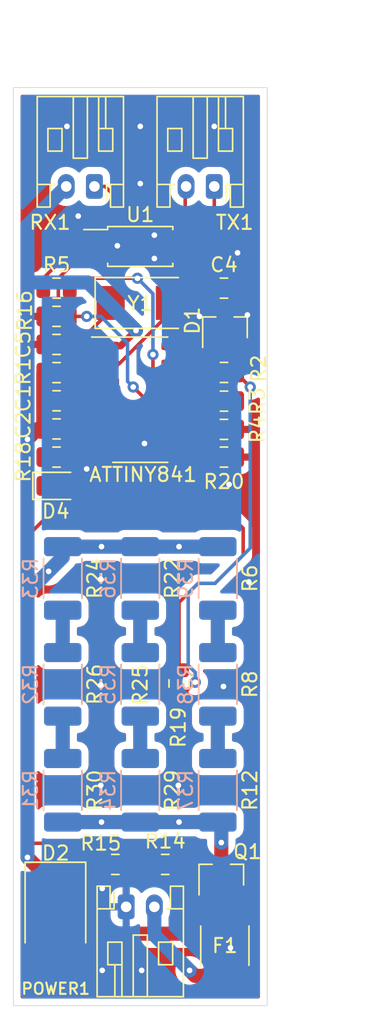
<source format=kicad_pcb>
(kicad_pcb (version 20211014) (generator pcbnew)
  (layers (0 "F.Cu" signal) (31 "B.Cu" signal) (34 "B.Paste" user) (35 "F.Paste" user) (36 "B.SilkS" user "B.Silkscreen") (37 "F.SilkS" user "F.Silkscreen") (38 "B.Mask" user) (39 "F.Mask" user) (44 "Edge.Cuts" user))
  (net 0 "")
  (net 1 "GND")
  (net 2 "VREF")
  (net 3 "TXD0")
  (net 4 "RXD0")
  (net 5 "Net-(ATTINY841-Pad10)")
  (net 6 "SCK")
  (net 7 "MISO")
  (net 8 "Net-(ATTINY841-Pad7)")
  (net 9 "ENABLE")
  (net 10 "DUMP_LOAD_ENABLE")
  (net 11 "Net-(ATTINY841-Pad4)")
  (net 12 "Net-(ATTINY841-Pad3)")
  (net 13 "Net-(ATTINY841-Pad2)")
  (net 14 "VCC")
  (net 15 "Net-(D4-Pad1)")
  (net 16 "Net-(F1-Pad2)")
  (net 17 "Net-(Q1-Pad3)")
  (net 18 "Net-(Q1-Pad1)")
  (net 19 "Net-(R5-Pad1)")
  (net 20 "Net-(R6-Pad2)")
  (net 21 "Net-(R12-Pad1)")
  (net 22 "Net-(R22-Pad2)")
  (net 23 "Net-(R24-Pad2)")
  (net 24 "Net-(R25-Pad2)")
  (net 25 "Net-(R26-Pad2)")
  (net 26 "Net-(TX1-Pad2)")
  (net 27 "Net-(TX1-Pad1)")
  (net 28 "Net-(R31-Pad1)")
  (net 29 "Net-(R32-Pad1)")
  (net 30 "Net-(R34-Pad1)")
  (net 31 "Net-(R35-Pad1)")
  (net 32 "Net-(R37-Pad1)")
  (net 33 "Net-(R38-Pad1)")
  (footprint "Package_SO:SOIC-14_3.9x8.7mm_P1.27mm" (layer "F.Cu") (at 130 64.1)
    (fp_text reference "ATTINY841" (at 0.2 5.3) (layer "F.SilkS"))
    (fp_text value "ATtiny841-SSU")
    (pad "1" smd roundrect locked (at -2.475 -3.81) (size 1.95 0.6) (layers "F.Cu" "F.Paste" "F.Mask") (net 14 "VCC"))
    (pad "2" smd roundrect locked (at -2.475 -2.54) (size 1.95 0.6) (layers "F.Cu" "F.Paste" "F.Mask") (net 13 "Net-(ATTINY841-Pad2)"))
    (pad "3" smd roundrect locked (at -2.475 -1.27) (size 1.95 0.6) (layers "F.Cu" "F.Paste" "F.Mask") (net 12 "Net-(ATTINY841-Pad3)"))
    (pad "4" smd roundrect locked (at -2.475 0) (size 1.95 0.6) (layers "F.Cu" "F.Paste" "F.Mask") (net 11 "Net-(ATTINY841-Pad4)"))
    (pad "5" smd roundrect locked (at -2.475 1.27) (size 1.95 0.6) (layers "F.Cu" "F.Paste" "F.Mask") (net 10 "DUMP_LOAD_ENABLE"))
    (pad "6" smd roundrect locked (at -2.475 2.54) (size 1.95 0.6) (layers "F.Cu" "F.Paste" "F.Mask") (net 9 "ENABLE"))
    (pad "7" smd roundrect locked (at -2.475 3.81) (size 1.95 0.6) (layers "F.Cu" "F.Paste" "F.Mask") (net 8 "Net-(ATTINY841-Pad7)"))
    (pad "8" smd roundrect locked (at 2.475 3.81) (size 1.95 0.6) (layers "F.Cu" "F.Paste" "F.Mask") (net 7 "MISO"))
    (pad "9" smd roundrect locked (at 2.475 2.54) (size 1.95 0.6) (layers "F.Cu" "F.Paste" "F.Mask") (net 6 "SCK"))
    (pad "10" smd roundrect locked (at 2.475 1.27) (size 1.95 0.6) (layers "F.Cu" "F.Paste" "F.Mask") (net 5 "Net-(ATTINY841-Pad10)"))
    (pad "11" smd roundrect locked (at 2.475 0) (size 1.95 0.6) (layers "F.Cu" "F.Paste" "F.Mask") (net 4 "RXD0"))
    (pad "12" smd roundrect locked (at 2.475 -1.27) (size 1.95 0.6) (layers "F.Cu" "F.Paste" "F.Mask") (net 3 "TXD0"))
    (pad "13" smd roundrect locked (at 2.475 -2.54) (size 1.95 0.6) (layers "F.Cu" "F.Paste" "F.Mask") (net 2 "VREF"))
    (pad "14" smd roundrect locked (at 2.475 -3.81) (size 1.95 0.6) (layers "F.Cu" "F.Paste" "F.Mask") (net 1 "GND"))
  )
  (footprint "Capacitor_SMD:C_0805_2012Metric" (layer "F.Cu") (at 124.0625 66.167855)
    (fp_text reference "C2" (at -2.3625 -0.267855 90) (layer "F.SilkS"))
    (fp_text value "1uF")
    (pad "1" smd roundrect locked (at -0.9375 0) (size 0.975 1.4) (layers "F.Cu" "F.Paste" "F.Mask") (net 14 "VCC"))
    (pad "2" smd roundrect locked (at 0.9375 0) (size 0.975 1.4) (layers "F.Cu" "F.Paste" "F.Mask") (net 1 "GND"))
  )
  (footprint "Capacitor_SMD:C_0805_2012Metric" (layer "F.Cu") (at 124.0625 60.187142 180)
    (fp_text reference "C5" (at 2.3625 -0.012858 90) (layer "F.SilkS"))
    (fp_text value "22pF")
    (pad "1" smd roundrect locked (at -0.9375 0 180) (size 0.975 1.4) (layers "F.Cu" "F.Paste" "F.Mask") (net 12 "Net-(ATTINY841-Pad3)"))
    (pad "2" smd roundrect locked (at 0.9375 0 180) (size 0.975 1.4) (layers "F.Cu" "F.Paste" "F.Mask") (net 1 "GND"))
  )
  (footprint "Diode_SMD:D_SMB" (layer "F.Cu") (at 124 100.5 -90)
    (fp_text reference "D2" (at -4.3 0 180) (layer "F.SilkS"))
    (fp_text value "SMBJ5.0A")
    (pad "1" smd rect (at -2.3 0 270) (size 2.4 2.8) (layers "F.Cu" "F.Paste" "F.Mask") (net 14 "VCC"))
    (pad "2" smd rect (at 2.3 0 270) (size 2.4 2.8) (layers "F.Cu" "F.Paste" "F.Mask") (net 1 "GND"))
  )
  (footprint "Fuse:Fuse_1812_4532Metric" (layer "F.Cu") (at 136 102.75 -90)
    (fp_text reference "F1" (at 0 0 180) (layer "F.SilkS"))
    (fp_text value "mSMD150")
    (pad "1" smd roundrect locked (at -2.1375 0 270) (size 1.125 3.4) (layers "F.Cu" "F.Paste" "F.Mask") (roundrect_rratio 0.2222222222) (net 14 "VCC"))
    (pad "2" smd roundrect locked (at 2.1375 0 270) (size 1.125 3.4) (layers "F.Cu" "F.Paste" "F.Mask") (roundrect_rratio 0.2222222222) (net 16 "Net-(F1-Pad2)"))
  )
  (footprint "Connector_JST:JST_PH_S2B-PH-K_1x02_P2.00mm_Horizontal" (layer "F.Cu") (at 129 100)
    (fp_text reference "POWER1" (at -5 5.8 180) (layer "F.SilkS") (effects (font (size 0.8 0.8))))
    (fp_text value "Battery")
    (pad "1" thru_hole roundrect locked (at 0 0) (size 1.2 1.75) (drill 0.75) (layers *.Cu *.Mask) (roundrect_rratio 0.2083333333) (net 1 "GND"))
    (pad "2" thru_hole oval locked (at 2 0) (size 1.2 1.75) (drill 0.75) (layers *.Cu *.Mask) (net 16 "Net-(F1-Pad2)"))
  )
  (footprint "Package_TO_SOT_SMD:SOT-23" (layer "F.Cu") (at 135.75 97.75 90)
    (fp_text reference "Q1" (at 1.65 1.85 180) (layer "F.SilkS"))
    (fp_text value "AO3400A")
    (pad "1" smd rect locked (at -1 -0.95 90) (size 0.9 0.8) (layers "F.Cu" "F.Paste" "F.Mask") (net 18 "Net-(Q1-Pad1)"))
    (pad "2" smd rect locked (at -1 0.95 90) (size 0.9 0.8) (layers "F.Cu" "F.Paste" "F.Mask") (net 1 "GND"))
    (pad "3" smd rect locked (at 1 0 90) (size 0.9 0.8) (layers "F.Cu" "F.Paste" "F.Mask") (net 17 "Net-(Q1-Pad3)"))
  )
  (footprint "Resistor_SMD:R_0805_2012Metric" (layer "F.Cu") (at 135.9375 64.2)
    (fp_text reference "R3" (at 2.3625 0 90) (layer "F.SilkS"))
    (fp_text value "6.8K")
    (pad "1" smd roundrect locked (at -0.9375 0) (size 0.975 1.4) (layers "F.Cu" "F.Paste" "F.Mask") (net 9 "ENABLE"))
    (pad "2" smd roundrect locked (at 0.9375 0) (size 0.975 1.4) (layers "F.Cu" "F.Paste" "F.Mask") (net 5 "Net-(ATTINY841-Pad10)"))
  )
  (footprint "Resistor_SMD:R_0805_2012Metric" (layer "F.Cu") (at 135.9375 66.2)
    (fp_text reference "R4" (at 2.3625 0 90) (layer "F.SilkS"))
    (fp_text value "2.7K")
    (pad "1" smd roundrect locked (at -0.9375 0) (size 0.975 1.4) (layers "F.Cu" "F.Paste" "F.Mask") (net 5 "Net-(ATTINY841-Pad10)"))
    (pad "2" smd roundrect locked (at 0.9375 0) (size 0.975 1.4) (layers "F.Cu" "F.Paste" "F.Mask") (net 1 "GND"))
  )
  (footprint "Resistor_SMD:R_0805_2012Metric" (layer "F.Cu") (at 124.0625 56.2)
    (fp_text reference "R5" (at 0 -1.65) (layer "F.SilkS"))
    (fp_text value "220OHMS")
    (pad "1" smd roundrect locked (at -0.9375 0) (size 0.975 1.4) (layers "F.Cu" "F.Paste" "F.Mask") (net 19 "Net-(R5-Pad1)"))
    (pad "2" smd roundrect locked (at 0.9375 0) (size 0.975 1.4) (layers "F.Cu" "F.Paste" "F.Mask") (net 3 "TXD0"))
  )
  (footprint "Resistor_SMD:R_2010_5025Metric" (layer "F.Cu") (at 135.5 84.25 -90)
    (fp_text reference "R8" (at 0 -2.28 90) (layer "F.SilkS"))
    (fp_text value "3.3OHM 3/4W")
    (pad "1" smd roundrect locked (at -2.25 0 270) (size 1.35 2.65) (layers "F.Cu" "F.Paste" "F.Mask") (roundrect_rratio 0.1851851852) (net 20 "Net-(R6-Pad2)"))
    (pad "2" smd roundrect locked (at 2.25 0 270) (size 1.35 2.65) (layers "F.Cu" "F.Paste" "F.Mask") (roundrect_rratio 0.1851851852) (net 21 "Net-(R12-Pad1)"))
  )
  (footprint "Resistor_SMD:R_2010_5025Metric" (layer "F.Cu") (at 135.5 91.75 -90)
    (fp_text reference "R12" (at 0 -2.28 90) (layer "F.SilkS"))
    (fp_text value "3.3OHM 3/4W")
    (pad "1" smd roundrect locked (at -2.25 0 270) (size 1.35 2.65) (layers "F.Cu" "F.Paste" "F.Mask") (roundrect_rratio 0.1851851852) (net 21 "Net-(R12-Pad1)"))
    (pad "2" smd roundrect locked (at 2.25 0 270) (size 1.35 2.65) (layers "F.Cu" "F.Paste" "F.Mask") (roundrect_rratio 0.1851851852) (net 17 "Net-(Q1-Pad3)"))
  )
  (footprint "Resistor_SMD:R_0805_2012Metric" (layer "F.Cu") (at 124.0625 58.2)
    (fp_text reference "R16" (at -2.2625 -0.4 270) (layer "F.SilkS"))
    (fp_text value "4.7KOHMS")
    (pad "1" smd roundrect locked (at -0.9375 0) (size 0.975 1.4) (layers "F.Cu" "F.Paste" "F.Mask") (net 1 "GND"))
    (pad "2" smd roundrect locked (at 0.9375 0) (size 0.975 1.4) (layers "F.Cu" "F.Paste" "F.Mask") (net 4 "RXD0"))
  )
  (footprint "Resistor_SMD:R_0805_2012Metric" (layer "F.Cu") (at 124.0625 68.161426 180)
    (fp_text reference "R18" (at 2.3625 -0.338574 90) (layer "F.SilkS"))
    (fp_text value "2.2KOHMS")
    (pad "1" smd roundrect locked (at -0.9375 0 180) (size 0.975 1.4) (layers "F.Cu" "F.Paste" "F.Mask") (net 1 "GND"))
    (pad "2" smd roundrect locked (at 0.9375 0 180) (size 0.975 1.4) (layers "F.Cu" "F.Paste" "F.Mask") (net 15 "Net-(D4-Pad1)"))
  )
  (footprint "Resistor_SMD:R_0805_2012Metric" (layer "F.Cu") (at 132.75 84.1875 90)
    (fp_text reference "R19" (at -3.1125 -0.05 90) (layer "F.SilkS"))
    (fp_text value "CMFB103F3950FANT")
    (pad "1" smd roundrect locked (at -0.9375 0 90) (size 0.975 1.4) (layers "F.Cu" "F.Paste" "F.Mask") (net 2 "VREF"))
    (pad "2" smd roundrect locked (at 0.9375 0 90) (size 0.975 1.4) (layers "F.Cu" "F.Paste" "F.Mask") (net 6 "SCK"))
  )
  (footprint "Resistor_SMD:R_0805_2012Metric" (layer "F.Cu") (at 135.9375 68.161426)
    (fp_text reference "R20" (at 0 1.738574) (layer "F.SilkS"))
    (fp_text value "10KOHMS")
    (pad "1" smd roundrect locked (at -0.9375 0) (size 0.975 1.4) (layers "F.Cu" "F.Paste" "F.Mask") (net 6 "SCK"))
    (pad "2" smd roundrect locked (at 0.9375 0) (size 0.975 1.4) (layers "F.Cu" "F.Paste" "F.Mask") (net 1 "GND"))
  )
  (footprint "Resistor_SMD:R_2010_5025Metric" (layer "F.Cu") (at 130 84.25 -90)
    (fp_text reference "R25" (at 0.05 0 90) (layer "F.SilkS"))
    (fp_text value "3.3OHM 3/4W")
    (pad "1" smd roundrect locked (at -2.25 0 270) (size 1.35 2.65) (layers "F.Cu" "F.Paste" "F.Mask") (roundrect_rratio 0.1851851852) (net 22 "Net-(R22-Pad2)"))
    (pad "2" smd roundrect locked (at 2.25 0 270) (size 1.35 2.65) (layers "F.Cu" "F.Paste" "F.Mask") (roundrect_rratio 0.1851851852) (net 24 "Net-(R25-Pad2)"))
  )
  (footprint "Resistor_SMD:R_2010_5025Metric" (layer "F.Cu") (at 124.5 84.25 -90)
    (fp_text reference "R26" (at 0 -2.28 90) (layer "F.SilkS"))
    (fp_text value "3.3OHM 3/4W")
    (pad "1" smd roundrect locked (at -2.25 0 270) (size 1.35 2.65) (layers "F.Cu" "F.Paste" "F.Mask") (roundrect_rratio 0.1851851852) (net 23 "Net-(R24-Pad2)"))
    (pad "2" smd roundrect locked (at 2.25 0 270) (size 1.35 2.65) (layers "F.Cu" "F.Paste" "F.Mask") (roundrect_rratio 0.1851851852) (net 25 "Net-(R26-Pad2)"))
  )
  (footprint "Resistor_SMD:R_2010_5025Metric" (layer "F.Cu") (at 130 91.75 -90)
    (fp_text reference "R29" (at 0 -2.28 90) (layer "F.SilkS"))
    (fp_text value "3.3OHM 3/4W")
    (pad "1" smd roundrect locked (at -2.25 0 270) (size 1.35 2.65) (layers "F.Cu" "F.Paste" "F.Mask") (roundrect_rratio 0.1851851852) (net 24 "Net-(R25-Pad2)"))
    (pad "2" smd roundrect locked (at 2.25 0 270) (size 1.35 2.65) (layers "F.Cu" "F.Paste" "F.Mask") (roundrect_rratio 0.1851851852) (net 17 "Net-(Q1-Pad3)"))
  )
  (footprint "Resistor_SMD:R_2010_5025Metric" (layer "F.Cu") (at 124.5 91.75 -90)
    (fp_text reference "R30" (at 0 -2.28 90) (layer "F.SilkS"))
    (fp_text value "3.3OHM 3/4W")
    (pad "1" smd roundrect locked (at -2.25 0 270) (size 1.35 2.65) (layers "F.Cu" "F.Paste" "F.Mask") (roundrect_rratio 0.1851851852) (net 25 "Net-(R26-Pad2)"))
    (pad "2" smd roundrect locked (at 2.25 0 270) (size 1.35 2.65) (layers "F.Cu" "F.Paste" "F.Mask") (roundrect_rratio 0.1851851852) (net 17 "Net-(Q1-Pad3)"))
  )
  (footprint "Connector_JST:JST_PH_S2B-PH-K_1x02_P2.00mm_Horizontal" (layer "F.Cu") (at 126.75 49 180)
    (fp_text reference "RX1" (at 3.15 -2.55) (layer "F.SilkS"))
    (fp_text value "RX Connector")
    (pad "1" thru_hole roundrect locked (at 0 0 180) (size 1.2 1.75) (drill 0.75) (layers *.Cu *.Mask) (roundrect_rratio 0.2083333333) (net 4 "RXD0"))
    (pad "2" thru_hole oval locked (at 2 0 180) (size 1.2 1.75) (drill 0.75) (layers *.Cu *.Mask) (net 14 "VCC"))
  )
  (footprint "Connector_JST:JST_PH_S2B-PH-K_1x02_P2.00mm_Horizontal" (layer "F.Cu") (at 135.25 49 180)
    (fp_text reference "TX1" (at -1.45 -2.55) (layer "F.SilkS"))
    (fp_text value "TX Connector")
    (pad "1" thru_hole roundrect locked (at 0 0 180) (size 1.2 1.75) (drill 0.75) (layers *.Cu *.Mask) (roundrect_rratio 0.2083333333) (net 27 "Net-(TX1-Pad1)"))
    (pad "2" thru_hole oval locked (at 2 0 180) (size 1.2 1.75) (drill 0.75) (layers *.Cu *.Mask) (net 26 "Net-(TX1-Pad2)"))
  )
  (footprint "Crystal:Crystal_SMD_5032-2Pin_5.0x3.2mm" (layer "F.Cu") (at 130 57.25)
    (fp_text reference "Y1" (at 0 0.05) (layer "F.SilkS"))
    (fp_text value "8MHZ Ceramic Resonator")
    (pad "1" smd rect (at -2.1 0) (size 2 2.4) (layers "F.Cu" "F.Paste" "F.Mask") (net 12 "Net-(ATTINY841-Pad3)"))
    (pad "2" smd rect (at 2.1 0) (size 2 2.4) (layers "F.Cu" "F.Paste" "F.Mask") (net 13 "Net-(ATTINY841-Pad2)"))
  )
  (footprint "LED_SMD:LED_0805_2012Metric" (layer "F.Cu") (at 124.0625 70.2)
    (fp_text reference "D4" (at -0.0625 1.8) (layer "F.SilkS"))
    (fp_text value "Blue")
    (pad "1" smd roundrect locked (at -0.9375 0) (size 0.975 1.4) (layers "F.Cu" "F.Paste" "F.Mask") (net 15 "Net-(D4-Pad1)"))
    (pad "2" smd roundrect locked (at 0.9375 0) (size 0.975 1.4) (layers "F.Cu" "F.Paste" "F.Mask") (net 8 "Net-(ATTINY841-Pad7)"))
  )
  (footprint "Resistor_SMD:R_2010_5025Metric" (layer "F.Cu") (at 124.5 76.75 -90)
    (fp_text reference "R24" (at 0 -2.28 90) (layer "F.SilkS"))
    (fp_text value "3.3OHM 3/4W")
    (pad "1" smd roundrect locked (at -2.25 0 270) (size 1.35 2.65) (layers "F.Cu" "F.Paste" "F.Mask") (roundrect_rratio 0.1851851852) (net 14 "VCC"))
    (pad "2" smd roundrect locked (at 2.25 0 270) (size 1.35 2.65) (layers "F.Cu" "F.Paste" "F.Mask") (roundrect_rratio 0.1851851852) (net 23 "Net-(R24-Pad2)"))
  )
  (footprint "Resistor_SMD:R_2010_5025Metric" (layer "F.Cu") (at 135.5 76.75 -90)
    (fp_text reference "R6" (at 0 -2.28 90) (layer "F.SilkS"))
    (fp_text value "3.3OHM 3/4W")
    (pad "1" smd roundrect locked (at -2.25 0 270) (size 1.35 2.65) (layers "F.Cu" "F.Paste" "F.Mask") (roundrect_rratio 0.1851851852) (net 14 "VCC"))
    (pad "2" smd roundrect locked (at 2.25 0 270) (size 1.35 2.65) (layers "F.Cu" "F.Paste" "F.Mask") (roundrect_rratio 0.1851851852) (net 20 "Net-(R6-Pad2)"))
  )
  (footprint "Resistor_SMD:R_2010_5025Metric" (layer "F.Cu") (at 130 76.75 -90)
    (fp_text reference "R22" (at 0 -2.28 90) (layer "F.SilkS"))
    (fp_text value "3.3OHM 3/4W")
    (pad "1" smd roundrect locked (at -2.25 0 270) (size 1.35 2.65) (layers "F.Cu" "F.Paste" "F.Mask") (roundrect_rratio 0.1851851852) (net 14 "VCC"))
    (pad "2" smd roundrect locked (at 2.25 0 270) (size 1.35 2.65) (layers "F.Cu" "F.Paste" "F.Mask") (roundrect_rratio 0.1851851852) (net 22 "Net-(R22-Pad2)"))
  )
  (footprint "Capacitor_SMD:C_0805_2012Metric" (layer "F.Cu") (at 135.9375 56.2)
    (fp_text reference "C4" (at 0 -1.65) (layer "F.SilkS"))
    (fp_text value "22pF")
    (pad "1" smd roundrect locked (at -0.9375 0) (size 0.975 1.4) (layers "F.Cu" "F.Paste" "F.Mask") (net 13 "Net-(ATTINY841-Pad2)"))
    (pad "2" smd roundrect locked (at 0.9375 0) (size 0.975 1.4) (layers "F.Cu" "F.Paste" "F.Mask") (net 1 "GND"))
  )
  (footprint "Capacitor_SMD:C_0805_2012Metric" (layer "F.Cu") (at 124.0625 64.174284)
    (fp_text reference "C1" (at -2.3625 -0.174284 90) (layer "F.SilkS"))
    (fp_text value "100nF")
    (pad "1" smd roundrect locked (at -0.9375 0) (size 0.975 1.4) (layers "F.Cu" "F.Paste" "F.Mask") (net 14 "VCC"))
    (pad "2" smd roundrect locked (at 0.9375 0) (size 0.975 1.4) (layers "F.Cu" "F.Paste" "F.Mask") (net 1 "GND"))
  )
  (footprint "Package_SO:SOP-4_4.4x2.6mm_P1.27mm" (layer "F.Cu") (at 130 53.25)
    (fp_text reference "U1" (at 0 -2.25) (layer "F.SilkS"))
    (fp_text value "EL3H7(B)(TA)-G")
    (pad "1" smd roundrect locked (at -3.1875 -0.635) (size 1.625 0.6) (layers "F.Cu" "F.Paste" "F.Mask") (net 19 "Net-(R5-Pad1)"))
    (pad "2" smd roundrect locked (at -3.1875 0.635) (size 1.625 0.6) (layers "F.Cu" "F.Paste" "F.Mask") (net 1 "GND"))
    (pad "3" smd roundrect locked (at 3.1875 0.635) (size 1.625 0.6) (layers "F.Cu" "F.Paste" "F.Mask") (net 27 "Net-(TX1-Pad1)"))
    (pad "4" smd roundrect locked (at 3.1875 -0.635) (size 1.625 0.6) (layers "F.Cu" "F.Paste" "F.Mask") (net 26 "Net-(TX1-Pad2)"))
  )
  (footprint "Resistor_SMD:R_0805_2012Metric" (layer "F.Cu") (at 124.0625 62.180713)
    (fp_text reference "R1" (at -2.3625 -0.080713 90) (layer "F.SilkS"))
    (fp_text value "10KOHMS")
    (pad "1" smd roundrect locked (at -0.9375 0) (size 0.975 1.4) (layers "F.Cu" "F.Paste" "F.Mask") (net 14 "VCC"))
    (pad "2" smd roundrect locked (at 0.9375 0) (size 0.975 1.4) (layers "F.Cu" "F.Paste" "F.Mask") (net 11 "Net-(ATTINY841-Pad4)"))
  )
  (footprint "Resistor_SMD:R_0805_2012Metric" (layer "F.Cu") (at 135.9375 62.17)
    (fp_text reference "R2" (at 2.4625 -0.27 90) (layer "F.SilkS"))
    (fp_text value "1KOHMS")
    (pad "1" smd roundrect locked (at -0.9375 0) (size 0.975 1.4) (layers "F.Cu" "F.Paste" "F.Mask") (net 9 "ENABLE"))
    (pad "2" smd roundrect locked (at 0.9375 0) (size 0.975 1.4) (layers "F.Cu" "F.Paste" "F.Mask") (net 2 "VREF"))
  )
  (footprint "Package_TO_SOT_SMD:SOT-23" (layer "F.Cu") (at 136.0075 59 90)
    (fp_text reference "D1" (at 0.5 -2.3075 90) (layer "F.SilkS"))
    (fp_text value "AZ432ANTR-E1")
    (pad "1" smd rect locked (at -1 -0.95 90) (size 0.9 0.8) (layers "F.Cu" "F.Paste" "F.Mask") (net 2 "VREF"))
    (pad "2" smd rect locked (at -1 0.95 90) (size 0.9 0.8) (layers "F.Cu" "F.Paste" "F.Mask") (net 2 "VREF"))
    (pad "3" smd rect locked (at 1 0 90) (size 0.9 0.8) (layers "F.Cu" "F.Paste" "F.Mask") (net 1 "GND"))
  )
  (footprint "Resistor_SMD:R_0805_2012Metric" (layer "F.Cu") (at 131.77 97)
    (fp_text reference "R14" (at 0 -1.65) (layer "F.SilkS"))
    (fp_text value "510OHMS")
    (pad "1" smd roundrect locked (at -0.9375 0) (size 0.975 1.4) (layers "F.Cu" "F.Paste" "F.Mask") (net 18 "Net-(Q1-Pad1)"))
    (pad "2" smd roundrect locked (at 0.9375 0) (size 0.975 1.4) (layers "F.Cu" "F.Paste" "F.Mask") (net 10 "DUMP_LOAD_ENABLE"))
  )
  (footprint "Resistor_SMD:R_0805_2012Metric" (layer "F.Cu") (at 128.23 97 180)
    (fp_text reference "R15" (at 1.03 1.5) (layer "F.SilkS"))
    (fp_text value "10KOHMS")
    (pad "1" smd roundrect locked (at -0.9375 0 180) (size 0.975 1.4) (layers "F.Cu" "F.Paste" "F.Mask") (net 18 "Net-(Q1-Pad1)"))
    (pad "2" smd roundrect locked (at 0.9375 0 180) (size 0.975 1.4) (layers "F.Cu" "F.Paste" "F.Mask") (net 1 "GND"))
  )
  (footprint "Resistor_SMD:R_2010_5025Metric" (layer "B.Cu") (at 124.5 84.25 -90)
    (fp_text reference "R32" (at 0 2.28 -90) (layer "B.SilkS") (effects (justify mirror)))
    (fp_text value "3.3OHM 3/4W")
    (pad "1" smd roundrect locked (at -2.25 0 270) (size 1.35 2.65) (layers "B.Cu" "B.Paste" "B.Mask") (roundrect_rratio 0.1851851852) (net 29 "Net-(R32-Pad1)"))
    (pad "2" smd roundrect locked (at 2.25 0 270) (size 1.35 2.65) (layers "B.Cu" "B.Paste" "B.Mask") (roundrect_rratio 0.1851851852) (net 28 "Net-(R31-Pad1)"))
  )
  (footprint "Resistor_SMD:R_2010_5025Metric" (layer "B.Cu") (at 135.5 76.75 -90)
    (fp_text reference "R39" (at 0 2.28 -90) (layer "B.SilkS") (effects (justify mirror)))
    (fp_text value "3.3OHM 3/4W")
    (pad "1" smd roundrect locked (at -2.25 0 270) (size 1.35 2.65) (layers "B.Cu" "B.Paste" "B.Mask") (roundrect_rratio 0.1851851852) (net 14 "VCC"))
    (pad "2" smd roundrect locked (at 2.25 0 270) (size 1.35 2.65) (layers "B.Cu" "B.Paste" "B.Mask") (roundrect_rratio 0.1851851852) (net 33 "Net-(R38-Pad1)"))
  )
  (footprint "Resistor_SMD:R_2010_5025Metric" (layer "B.Cu") (at 124.5 76.75 -90)
    (fp_text reference "R33" (at 0 2.28 -90) (layer "B.SilkS") (effects (justify mirror)))
    (fp_text value "3.3OHM 3/4W")
    (pad "1" smd roundrect locked (at -2.25 0 270) (size 1.35 2.65) (layers "B.Cu" "B.Paste" "B.Mask") (roundrect_rratio 0.1851851852) (net 14 "VCC"))
    (pad "2" smd roundrect locked (at 2.25 0 270) (size 1.35 2.65) (layers "B.Cu" "B.Paste" "B.Mask") (roundrect_rratio 0.1851851852) (net 29 "Net-(R32-Pad1)"))
  )
  (footprint "Resistor_SMD:R_2010_5025Metric" (layer "B.Cu") (at 124.5 91.75 -90)
    (fp_text reference "R31" (at 0 2.28 -90) (layer "B.SilkS") (effects (justify mirror)))
    (fp_text value "3.3OHM 3/4W")
    (pad "1" smd roundrect locked (at -2.25 0 270) (size 1.35 2.65) (layers "B.Cu" "B.Paste" "B.Mask") (roundrect_rratio 0.1851851852) (net 28 "Net-(R31-Pad1)"))
    (pad "2" smd roundrect locked (at 2.25 0 270) (size 1.35 2.65) (layers "B.Cu" "B.Paste" "B.Mask") (roundrect_rratio 0.1851851852) (net 17 "Net-(Q1-Pad3)"))
  )
  (footprint "Resistor_SMD:R_2010_5025Metric" (layer "B.Cu") (at 130 76.75 -90)
    (fp_text reference "R36" (at 0 2.28 -90) (layer "B.SilkS") (effects (justify mirror)))
    (fp_text value "3.3OHM 3/4W")
    (pad "1" smd roundrect locked (at -2.25 0 270) (size 1.35 2.65) (layers "B.Cu" "B.Paste" "B.Mask") (roundrect_rratio 0.1851851852) (net 14 "VCC"))
    (pad "2" smd roundrect locked (at 2.25 0 270) (size 1.35 2.65) (layers "B.Cu" "B.Paste" "B.Mask") (roundrect_rratio 0.1851851852) (net 31 "Net-(R35-Pad1)"))
  )
  (footprint "Resistor_SMD:R_2010_5025Metric" (layer "B.Cu") (at 135.5 84.25 -90)
    (fp_text reference "R38" (at 0 2.28 -90) (layer "B.SilkS") (effects (justify mirror)))
    (fp_text value "3.3OHM 3/4W")
    (pad "1" smd roundrect locked (at -2.25 0 270) (size 1.35 2.65) (layers "B.Cu" "B.Paste" "B.Mask") (roundrect_rratio 0.1851851852) (net 33 "Net-(R38-Pad1)"))
    (pad "2" smd roundrect locked (at 2.25 0 270) (size 1.35 2.65) (layers "B.Cu" "B.Paste" "B.Mask") (roundrect_rratio 0.1851851852) (net 32 "Net-(R37-Pad1)"))
  )
  (footprint "Resistor_SMD:R_2010_5025Metric" (layer "B.Cu") (at 130 84.25 -90)
    (fp_text reference "R35" (at 0 2.28 -90) (layer "B.SilkS") (effects (justify mirror)))
    (fp_text value "3.3OHM 3/4W")
    (pad "1" smd roundrect locked (at -2.25 0 270) (size 1.35 2.65) (layers "B.Cu" "B.Paste" "B.Mask") (roundrect_rratio 0.1851851852) (net 31 "Net-(R35-Pad1)"))
    (pad "2" smd roundrect locked (at 2.25 0 270) (size 1.35 2.65) (layers "B.Cu" "B.Paste" "B.Mask") (roundrect_rratio 0.1851851852) (net 30 "Net-(R34-Pad1)"))
  )
  (footprint "Resistor_SMD:R_2010_5025Metric" (layer "B.Cu") (at 130 91.75 -90)
    (fp_text reference "R34" (at 0 2.28 -90) (layer "B.SilkS") (effects (justify mirror)))
    (fp_text value "3.3OHM 3/4W")
    (pad "1" smd roundrect locked (at -2.25 0 270) (size 1.35 2.65) (layers "B.Cu" "B.Paste" "B.Mask") (roundrect_rratio 0.1851851852) (net 30 "Net-(R34-Pad1)"))
    (pad "2" smd roundrect locked (at 2.25 0 270) (size 1.35 2.65) (layers "B.Cu" "B.Paste" "B.Mask") (roundrect_rratio 0.1851851852) (net 17 "Net-(Q1-Pad3)"))
  )
  (footprint "Resistor_SMD:R_2010_5025Metric" (layer "B.Cu") (at 135.5 91.75 -90)
    (fp_text reference "R37" (at 0 2.28 -90) (layer "B.SilkS") (effects (justify mirror)))
    (fp_text value "3.3OHM 3/4W")
    (pad "1" smd roundrect locked (at -2.25 0 270) (size 1.35 2.65) (layers "B.Cu" "B.Paste" "B.Mask") (roundrect_rratio 0.1851851852) (net 32 "Net-(R37-Pad1)"))
    (pad "2" smd roundrect locked (at 2.25 0 270) (size 1.35 2.65) (layers "B.Cu" "B.Paste" "B.Mask") (roundrect_rratio 0.1851851852) (net 17 "Net-(Q1-Pad3)"))
  )
  (gr_line (start 121 107) (end 121 42) (layer "Edge.Cuts") (width 0.05))
  (gr_line (start 121 42) (end 139 42) (layer "Edge.Cuts") (width 0.05))
  (gr_line (start 139 42) (end 139 107) (layer "Edge.Cuts") (width 0.05))
  (gr_line (start 139 107) (end 121 107) (layer "Edge.Cuts") (width 0.05))
  (segment (start 123.95001 63.124294) (end 125 64.174284) (width 0.25) (layer "F.Cu") (net 1))
  (segment (start 125 68.161426) (end 125 66.167855) (width 0.25) (layer "F.Cu") (net 1))
  (segment (start 136.0075 58) (end 136.0075 57.0675) (width 0.25) (layer "F.Cu") (net 1))
  (segment (start 125 66.167855) (end 125 64.174284) (width 0.25) (layer "F.Cu") (net 1))
  (segment (start 126.8125 53.885) (end 127.69 53.885) (width 0.25) (layer "F.Cu") (net 1))
  (segment (start 136.0075 57.0675) (end 136.875 56.2) (width 0.25) (layer "F.Cu") (net 1))
  (segment (start 123.95001 61.012152) (end 123.95001 63.124294) (width 0.25) (layer "F.Cu") (net 1))
  (segment (start 123.125 60.187142) (end 123.95001 61.012152) (width 0.25) (layer "F.Cu") (net 1))
  (segment (start 125 68.161426) (end 125.161426 68.161426) (width 0.25) (layer "F.Cu") (net 1))
  (segment (start 125.838574 69) (end 125 68.161426) (width 0.5) (layer "F.Cu") (net 1))
  (segment (start 126.2 69) (end 125.838574 69) (width 0.5) (layer "F.Cu") (net 1))
  (segment (start 127.69 53.885) (end 128.375 53.2) (width 0.25) (layer "F.Cu") (net 1))
  (segment (start 125.161426 68.161426) (end 126.1 69.1) (width 0.5) (layer "F.Cu") (net 1))
  (segment (start 124 101.9) (end 123.9 101.9) (width 0.25) (layer "F.Cu") (net 1))
  (via (at 135.25 44.75) (size 0.8) (drill 0.4) (layers "F.Cu" "B.Cu") (net 1))
  (via (at 136.9 53.7) (size 0.8) (drill 0.4) (layers "F.Cu" "B.Cu") (net 1))
  (via (at 127.2 91.4) (size 0.8) (drill 0.4) (layers "F.Cu" "B.Cu") (net 1))
  (via (at 130.1 104.5) (size 0.8) (drill 0.4) (layers "F.Cu" "B.Cu") (net 1))
  (via (at 130.3 67.2) (size 0.8) (drill 0.4) (layers "F.Cu" "B.Cu") (net 1))
  (via (at 131 54.1) (size 0.8) (drill 0.4) (layers "F.Cu" "B.Cu") (net 1))
  (via (at 125.6 51.1) (size 0.8) (drill 0.4) (layers "F.Cu" "B.Cu") (net 1))
  (via (at 130 48.8) (size 0.8) (drill 0.4) (layers "F.Cu" "B.Cu") (net 1))
  (via (at 127.3 98.7) (size 0.8) (drill 0.4) (layers "F.Cu" "B.Cu") (net 1))
  (via (at 131 52.45) (size 0.8) (drill 0.4) (layers "F.Cu" "B.Cu") (net 1))
  (via (at 132.7 91.4) (size 0.8) (drill 0.4) (layers "F.Cu" "B.Cu") (net 1))
  (via (at 127.2 76.8) (size 0.8) (drill 0.4) (layers "F.Cu" "B.Cu") (net 1))
  (via (at 130 44.75) (size 0.8) (drill 0.4) (layers "F.Cu" "B.Cu") (net 1))
  (via (at 137.6 58.1) (size 0.8) (drill 0.4) (layers "F.Cu" "B.Cu") (net 1))
  (via (at 128.375 53.2) (size 0.8) (drill 0.4) (layers "F.Cu" "B.Cu") (net 1))
  (via (at 126.2 69) (size 0.8) (drill 0.4) (layers "F.Cu" "B.Cu") (net 1))
  (via (at 136.3 70.1) (size 0.8) (drill 0.4) (layers "F.Cu" "B.Cu") (net 1))
  (via (at 124.8 44.75) (size 0.8) (drill 0.4) (layers "F.Cu" "B.Cu") (net 1))
  (via (at 136.4 102.9) (size 0.8) (drill 0.4) (layers "F.Cu" "B.Cu") (net 1))
  (via (at 135.9 84.4) (size 0.8) (drill 0.4) (layers "F.Cu" "B.Cu") (net 1))
  (via (at 137.7 77) (size 0.8) (drill 0.4) (layers "F.Cu" "B.Cu") (net 1))
  (via (at 127.3 104.5) (size 0.8) (drill 0.4) (layers "F.Cu" "B.Cu") (net 1))
  (via (at 132.7 91.4) (size 0.8) (drill 0.4) (layers "F.Cu" "B.Cu") (net 1))
  (via (at 134.2 58.2) (size 0.8) (drill 0.4) (layers "F.Cu" "B.Cu") (net 1))
  (via (at 127.2 84.3) (size 0.8) (drill 0.4) (layers "F.Cu" "B.Cu") (net 1))
  (segment (start 135.0575 60) (end 133.4975 61.56) (width 0.25) (layer "F.Cu") (net 2))
  (segment (start 132.75 85.125) (end 132.875 85.125) (width 0.25) (layer "F.Cu") (net 2))
  (segment (start 136.875 60.0825) (end 136.9575 60) (width 0.25) (layer "F.Cu") (net 2))
  (segment (start 133.4975 61.56) (end 132.475 61.56) (width 0.25) (layer "F.Cu") (net 2))
  (segment (start 136.875 62.275) (end 137.8 63.2) (width 0.25) (layer "F.Cu") (net 2))
  (segment (start 132.875 85.125) (end 133.9 84.1) (width 0.25) (layer "F.Cu") (net 2))
  (segment (start 136.875 62.17) (end 136.875 60.0825) (width 0.25) (layer "F.Cu") (net 2))
  (segment (start 135.0575 60) (end 136.9575 60) (width 0.25) (layer "F.Cu") (net 2))
  (segment (start 136.875 62.17) (end 136.875 62.275) (width 0.25) (layer "F.Cu") (net 2))
  (via (at 137.8 63.2) (size 0.8) (drill 0.4) (layers "F.Cu" "B.Cu") (net 2))
  (via (at 133.9 84.1) (size 0.8) (drill 0.4) (layers "F.Cu" "B.Cu") (net 2))
  (segment (start 133.9 83.4) (end 133.4 82.9) (width 0.25) (layer "B.Cu") (net 2))
  (segment (start 133.9 84.1) (end 133.84999 84.04999) (width 0.25) (layer "B.Cu") (net 2))
  (segment (start 134.1 77.1) (end 135.3 77.1) (width 0.25) (layer "B.Cu") (net 2))
  (segment (start 133.9 84.1) (end 133.9 83.4) (width 0.25) (layer "B.Cu") (net 2))
  (segment (start 133.4 77.8) (end 134.1 77.1) (width 0.25) (layer "B.Cu") (net 2))
  (segment (start 137.8 74.6) (end 137.8 63.2) (width 0.25) (layer "B.Cu") (net 2))
  (segment (start 135.3 77.1) (end 137.8 74.6) (width 0.25) (layer "B.Cu") (net 2))
  (segment (start 133.4 82.9) (end 133.4 77.8) (width 0.25) (layer "B.Cu") (net 2))
  (segment (start 132.475 62.83) (end 131.5 62.83) (width 0.25) (layer "F.Cu") (net 3))
  (segment (start 125.7 55.5) (end 129.8 55.5) (width 0.25) (layer "F.Cu") (net 3))
  (segment (start 125 56.2) (end 125.7 55.5) (width 0.25) (layer "F.Cu") (net 3))
  (segment (start 130.9 62.23) (end 130.9 60.9) (width 0.25) (layer "F.Cu") (net 3))
  (segment (start 131.5 62.83) (end 130.9 62.23) (width 0.25) (layer "F.Cu") (net 3))
  (via (at 130.9 60.9) (size 0.8) (drill 0.4) (layers "F.Cu" "B.Cu") (net 3))
  (via (at 129.8 55.5) (size 0.8) (drill 0.4) (layers "F.Cu" "B.Cu") (net 3))
  (segment (start 130.9 60.9) (end 130.9 56.6) (width 0.25) (layer "B.Cu") (net 3))
  (segment (start 130.9 56.6) (end 129.8 55.5) (width 0.25) (layer "B.Cu") (net 3))
  (segment (start 124.18749 57.38749) (end 124.18749 55.50816) (width 0.25) (layer "F.Cu") (net 4))
  (segment (start 125.18564 54.51001) (end 128.571758 54.51001) (width 0.25) (layer "F.Cu") (net 4))
  (segment (start 126.2 58.2) (end 125 58.2) (width 0.25) (layer "F.Cu") (net 4))
  (segment (start 124.18749 55.50816) (end 125.18564 54.51001) (width 0.25) (layer "F.Cu") (net 4))
  (segment (start 127.5 49) (end 126.75 49) (width 0.25) (layer "F.Cu") (net 4))
  (segment (start 128.571758 54.51001) (end 129.1 53.981768) (width 0.25) (layer "F.Cu") (net 4))
  (segment (start 132.475 64.1) (end 130.4 64.1) (width 0.25) (layer "F.Cu") (net 4))
  (segment (start 129.1 50.6) (end 127.5 49) (width 0.25) (layer "F.Cu") (net 4))
  (segment (start 129.1 53.981768) (end 129.1 50.6) (width 0.25) (layer "F.Cu") (net 4))
  (segment (start 130.4 64.1) (end 129.5 63.2) (width 0.25) (layer "F.Cu") (net 4))
  (segment (start 125 58.2) (end 124.18749 57.38749) (width 0.25) (layer "F.Cu") (net 4))
  (via (at 126.2 58.2) (size 0.8) (drill 0.4) (layers "F.Cu" "B.Cu") (net 4))
  (via (at 129.5 63.2) (size 0.8) (drill 0.4) (layers "F.Cu" "B.Cu") (net 4))
  (segment (start 129.5 63.2) (end 129.1 62.8) (width 0.25) (layer "B.Cu") (net 4))
  (segment (start 127.2 58.2) (end 126.2 58.2) (width 0.25) (layer "B.Cu") (net 4))
  (segment (start 129.1 60.1) (end 127.2 58.2) (width 0.25) (layer "B.Cu") (net 4))
  (segment (start 129.1 62.8) (end 129.1 60.1) (width 0.25) (layer "B.Cu") (net 4))
  (segment (start 134.17 65.37) (end 135 66.2) (width 0.25) (layer "F.Cu") (net 5))
  (segment (start 136.875 64.2) (end 135 66.075) (width 0.25) (layer "F.Cu") (net 5))
  (segment (start 135 66.075) (end 135 66.2) (width 0.25) (layer "F.Cu") (net 5))
  (segment (start 132.475 65.37) (end 134.17 65.37) (width 0.25) (layer "F.Cu") (net 5))
  (segment (start 135.31319 77.08681) (end 137.3 75.1) (width 0.25) (layer "F.Cu") (net 6))
  (segment (start 134.1 77.1) (end 135.31319 77.1) (width 0.25) (layer "F.Cu") (net 6))
  (segment (start 135 68.161426) (end 135 70.9) (width 0.25) (layer "F.Cu") (net 6))
  (segment (start 137.3 75.1) (end 137.3 73.2) (width 0.25) (layer "F.Cu") (net 6))
  (segment (start 135 70.9) (end 137.3 73.2) (width 0.25) (layer "F.Cu") (net 6))
  (segment (start 132.75 83.25) (end 132.75 78.45) (width 0.25) (layer "F.Cu") (net 6))
  (segment (start 133.478574 66.64) (end 135 68.161426) (width 0.25) (layer "F.Cu") (net 6))
  (segment (start 132.75 78.45) (end 134.1 77.1) (width 0.25) (layer "F.Cu") (net 6))
  (segment (start 132.475 66.64) (end 133.478574 66.64) (width 0.25) (layer "F.Cu") (net 6))
  (segment (start 125 70.2) (end 126.6 70.2) (width 0.25) (layer "F.Cu") (net 8))
  (segment (start 126.6 70.2) (end 127.525 69.275) (width 0.25) (layer "F.Cu") (net 8))
  (segment (start 127.525 69.275) (end 127.525 67.91) (width 0.25) (layer "F.Cu") (net 8))
  (segment (start 134.47499 64.72501) (end 135 64.2) (width 0.25) (layer "F.Cu") (net 9))
  (segment (start 126.55 66.64) (end 126.22499 66.31499) (width 0.25) (layer "F.Cu") (net 9))
  (segment (start 127.525 66.64) (end 126.55 66.64) (width 0.25) (layer "F.Cu") (net 9))
  (segment (start 126.22499 65.023242) (end 126.523222 64.72501) (width 0.25) (layer "F.Cu") (net 9))
  (segment (start 126.523222 64.72501) (end 134.47499 64.72501) (width 0.25) (layer "F.Cu") (net 9))
  (segment (start 126.22499 66.31499) (end 126.22499 65.023242) (width 0.25) (layer "F.Cu") (net 9))
  (segment (start 135 64.2) (end 135 62.17) (width 0.25) (layer "F.Cu") (net 9))
  (segment (start 128.82501 68.6114) (end 125.83641 71.6) (width 0.25) (layer "F.Cu") (net 10))
  (segment (start 122 95.25) (end 122.25 95.5) (width 0.25) (layer "F.Cu") (net 10))
  (segment (start 132.7075 97) (end 131.2075 95.5) (width 0.25) (layer "F.Cu") (net 10))
  (segment (start 127.525 65.37) (end 128.5 65.37) (width 0.25) (layer "F.Cu") (net 10))
  (segment (start 122 73.762546) (end 122 95.25) (width 0.25) (layer "F.Cu") (net 10))
  (segment (start 128.5 65.37) (end 128.82501 65.69501) (width 0.25) (layer "F.Cu") (net 10))
  (segment (start 124.162546 71.6) (end 122 73.762546) (width 0.25) (layer "F.Cu") (net 10))
  (segment (start 125.83641 71.6) (end 124.162546 71.6) (width 0.25) (layer "F.Cu") (net 10))
  (segment (start 131.2075 95.5) (end 122.25 95.5) (width 0.25) (layer "F.Cu") (net 10))
  (segment (start 128.82501 65.69501) (end 128.82501 68.6114) (width 0.25) (layer "F.Cu") (net 10))
  (segment (start 127.525 64.1) (end 126.919287 64.1) (width 0.25) (layer "F.Cu") (net 11))
  (segment (start 126.919287 64.1) (end 125 62.180713) (width 0.25) (layer "F.Cu") (net 11))
  (segment (start 125 60.187142) (end 125.4875 60.187142) (width 0.25) (layer "F.Cu") (net 12))
  (segment (start 128.15 57.524642) (end 128.15 57.25) (width 0.25) (layer "F.Cu") (net 12))
  (segment (start 125.81251 62.09251) (end 125.81251 60.999652) (width 0.25) (layer "F.Cu") (net 12))
  (segment (start 126.55 62.83) (end 125.81251 62.09251) (width 0.25) (layer "F.Cu") (net 12))
  (segment (start 127.525 62.83) (end 126.55 62.83) (width 0.25) (layer "F.Cu") (net 12))
  (segment (start 125.81251 60.999652) (end 125 60.187142) (width 0.25) (layer "F.Cu") (net 12))
  (segment (start 125.4875 60.187142) (end 128.15 57.524642) (width 0.25) (layer "F.Cu") (net 12))
  (segment (start 132.9 56.2) (end 131.85 57.25) (width 0.25) (layer "F.Cu") (net 13))
  (segment (start 127.525 61.56) (end 128.5 61.56) (width 0.25) (layer "F.Cu") (net 13))
  (segment (start 128.5 61.56) (end 131.85 58.21) (width 0.25) (layer "F.Cu") (net 13))
  (segment (start 135 56.2) (end 132.9 56.2) (width 0.25) (layer "F.Cu") (net 13))
  (segment (start 131.85 58.21) (end 131.85 57.25) (width 0.25) (layer "F.Cu") (net 13))
  (segment (start 127.90001 101.9) (end 127.55 101.9) (width 1) (layer "F.Cu") (net 14))
  (segment (start 136 100.6125) (end 134.7125 101.9) (width 1) (layer "F.Cu") (net 14))
  (segment (start 122.5 97) (end 122 96.5) (width 1) (layer "F.Cu") (net 14))
  (segment (start 123.85 98.35) (end 122.5 97) (width 1) (layer "F.Cu") (net 14))
  (segment (start 124.5 74.5) (end 124.5 75.25) (width 1) (layer "F.Cu") (net 14))
  (segment (start 128.61 60.29) (end 129.7 59.2) (width 0.5) (layer "F.Cu") (net 14))
  (segment (start 135.5 74.5) (end 130 74.5) (width 1) (layer "F.Cu") (net 14))
  (segment (start 127.55 101.9) (end 124 98.35) (width 1) (layer "F.Cu") (net 14))
  (segment (start 124.5 74.5) (end 130 74.5) (width 1) (layer "F.Cu") (net 14))
  (segment (start 134.7125 101.9) (end 133.3 101.9) (width 1) (layer "F.Cu") (net 14))
  (segment (start 127.525 60.29) (end 128.61 60.29) (width 0.5) (layer "F.Cu") (net 14))
  (segment (start 123.125 66.167855) (end 122.732145 66.167855) (width 1) (layer "F.Cu") (net 14))
  (segment (start 123.125 66.167855) (end 123.125 64.174284) (width 1) (layer "F.Cu") (net 14))
  (segment (start 122.732145 66.167855) (end 122 66.9) (width 1) (layer "F.Cu") (net 14))
  (segment (start 123.125 62.180713) (end 123.125 64.174284) (width 1) (layer "F.Cu") (net 14))
  (segment (start 124 98.35) (end 123.85 98.35) (width 1) (layer "F.Cu") (net 14))
  (segment (start 133.3 101.9) (end 127.90001 101.9) (width 1) (layer "F.Cu") (net 14))
  (segment (start 124.5 75.25) (end 123.5 76.25) (width 1) (layer "F.Cu") (net 14))
  (via (at 132.75 74.5) (size 0.8) (drill 0.4) (layers "F.Cu" "B.Cu") (net 14))
  (via (at 127.25 74.5) (size 0.8) (drill 0.4) (layers "F.Cu" "B.Cu") (net 14))
  (via (at 122 66.9) (size 0.8) (drill 0.4) (layers "F.Cu" "B.Cu") (net 14))
  (via (at 129.7 59.2) (size 0.8) (drill 0.4) (layers "F.Cu" "B.Cu") (net 14))
  (via (at 122 96.5) (size 0.8) (drill 0.4) (layers "F.Cu" "B.Cu") (net 14))
  (via (at 123.5 76.25) (size 0.8) (drill 0.4) (layers "F.Cu" "B.Cu") (net 14))
  (segment (start 124.5 75.25) (end 123.5 76.25) (width 1) (layer "B.Cu") (net 14))
  (segment (start 122 95.25) (end 122 77.75) (width 1) (layer "B.Cu") (net 14))
  (segment (start 122 66.9) (end 122 55.8) (width 1) (layer "B.Cu") (net 14))
  (segment (start 122 55.8) (end 122 53.75) (width 1) (layer "B.Cu") (net 14))
  (segment (start 122 67.5) (end 122 77.75) (width 1) (layer "B.Cu") (net 14))
  (segment (start 122 53.75) (end 122 51.75) (width 1) (layer "B.Cu") (net 14))
  (segment (start 126.3 55.8) (end 122 55.8) (width 1) (layer "B.Cu") (net 14))
  (segment (start 122 77.75) (end 123.5 76.25) (width 1) (layer "B.Cu") (net 14))
  (segment (start 130 74.5) (end 135.5 74.5) (width 1) (layer "B.Cu") (net 14))
  (segment (start 124.5 74.5) (end 124.5 75.25) (width 1) (layer "B.Cu") (net 14))
  (segment (start 122 67.5) (end 122 66.9) (width 1) (layer "B.Cu") (net 14))
  (segment (start 122 51.75) (end 124.75 49) (width 1) (layer "B.Cu") (net 14))
  (segment (start 124.5 74.5) (end 130 74.5) (width 1) (layer "B.Cu") (net 14))
  (segment (start 122 96.5) (end 122 95.25) (width 1) (layer "B.Cu") (net 14))
  (segment (start 129.7 59.2) (end 126.3 55.8) (width 1) (layer "B.Cu") (net 14))
  (segment (start 123.125 68.161426) (end 123.125 70.2) (width 0.25) (layer "F.Cu") (net 15))
  (segment (start 136 104.8875) (end 133.8875 104.8875) (width 1) (layer "F.Cu") (net 16))
  (segment (start 133.8875 104.8875) (end 133.5 104.5) (width 1) (layer "F.Cu") (net 16))
  (via (at 133.5 104.5) (size 0.8) (drill 0.4) (layers "F.Cu" "B.Cu") (net 16))
  (segment (start 133.5 104.5) (end 131 102) (width 1) (layer "B.Cu") (net 16))
  (segment (start 131 102) (end 131 100) (width 1) (layer "B.Cu") (net 16))
  (segment (start 135.75 95.45) (end 135.75 94.25) (width 1) (layer "F.Cu") (net 17))
  (segment (start 132.8 94) (end 130 94) (width 1) (layer "F.Cu") (net 17))
  (segment (start 127.2 94) (end 124.5 94) (width 1) (layer "F.Cu") (net 17))
  (segment (start 135.75 94.25) (end 135.5 94) (width 1) (layer "F.Cu") (net 17))
  (segment (start 135.5 94) (end 132.8 94) (width 1) (layer "F.Cu") (net 17))
  (segment (start 135.75 96.75) (end 135.75 95.45) (width 1) (layer "F.Cu") (net 17))
  (segment (start 130 94) (end 127.2 94) (width 1) (layer "F.Cu") (net 17))
  (via (at 127.25 94) (size 0.8) (drill 0.4) (layers "F.Cu" "B.Cu") (net 17))
  (via (at 135.75 95.45) (size 0.8) (drill 0.4) (layers "F.Cu" "B.Cu") (net 17))
  (via (at 132.75 94) (size 0.8) (drill 0.4) (layers "F.Cu" "B.Cu") (net 17))
  (segment (start 135.75 95.45) (end 135.75 94.25) (width 1) (layer "B.Cu") (net 17))
  (segment (start 135.75 94.25) (end 135.5 94) (width 1) (layer "B.Cu") (net 17))
  (segment (start 130 94) (end 135.5 94) (width 1) (layer "B.Cu") (net 17))
  (segment (start 124.5 94) (end 130 94) (width 1) (layer "B.Cu") (net 17))
  (segment (start 132.5825 98.75) (end 130.8325 97) (width 0.25) (layer "F.Cu") (net 18))
  (segment (start 130.8325 97) (end 129.1675 97) (width 0.25) (layer "F.Cu") (net 18))
  (segment (start 134.8 98.75) (end 132.5825 98.75) (width 0.25) (layer "F.Cu") (net 18))
  (segment (start 123.125 56.2) (end 123.125 55.5) (width 0.25) (layer "F.Cu") (net 19))
  (segment (start 123.125 55.5) (end 126.01 52.615) (width 0.25) (layer "F.Cu") (net 19))
  (segment (start 126.01 52.615) (end 126.8125 52.615) (width 0.25) (layer "F.Cu") (net 19))
  (segment (start 135.5 79) (end 135.5 82) (width 1) (layer "F.Cu") (net 20))
  (segment (start 135.5 89.5) (end 135.5 86.5) (width 1) (layer "F.Cu") (net 21))
  (segment (start 130 79) (end 130 82) (width 1) (layer "F.Cu") (net 22))
  (segment (start 124.5 79) (end 124.5 82) (width 1) (layer "F.Cu") (net 23))
  (segment (start 130 89.5) (end 130 86.5) (width 1) (layer "F.Cu") (net 24))
  (segment (start 124.5 89.5) (end 124.5 86.5) (width 1) (layer "F.Cu") (net 25))
  (segment (start 133.1875 49.0625) (end 133.25 49) (width 0.25) (layer "F.Cu") (net 26))
  (segment (start 133.1875 52.615) (end 133.1875 49.0625) (width 0.25) (layer "F.Cu") (net 26))
  (segment (start 135.25 52.635) (end 135.25 49) (width 0.25) (layer "F.Cu") (net 27))
  (segment (start 133.1875 53.885) (end 134 53.885) (width 0.25) (layer "F.Cu") (net 27))
  (segment (start 134 53.885) (end 135.25 52.635) (width 0.25) (layer "F.Cu") (net 27))
  (segment (start 124.5 86.5) (end 124.5 89.5) (width 1) (layer "B.Cu") (net 28))
  (segment (start 124.5 79) (end 124.5 82) (width 1) (layer "B.Cu") (net 29))
  (segment (start 130 86.5) (end 130 89.5) (width 1) (layer "B.Cu") (net 30))
  (segment (start 130 79) (end 130 82) (width 1) (layer "B.Cu") (net 31))
  (segment (start 135.5 86.5) (end 135.5 89.5) (width 1) (layer "B.Cu") (net 32))
  (segment (start 135.5 79) (end 135.5 82) (width 1) (layer "B.Cu") (net 33))
  (zone (net 1) (net_name "GND") (layer "F.Cu") (connect_pads (clearance 0.508)) (min_thickness 0.254) (fill yes (thermal_gap 0.508) (thermal_bridge_width 0.508) (smoothing fillet) (radius 1))
    (polygon (pts (xy 139 107) (xy 121 107) (xy 121 42) (xy 139 42)))
  )
  (zone (net 1) (net_name "GND") (layer "B.Cu") (connect_pads (clearance 0.508)) (min_thickness 0.254) (fill yes (thermal_gap 0.508) (thermal_bridge_width 0.508) (smoothing fillet) (radius 2))
    (polygon (pts (xy 139 107) (xy 121 107) (xy 121 42) (xy 139 42)))
  )
)
</source>
